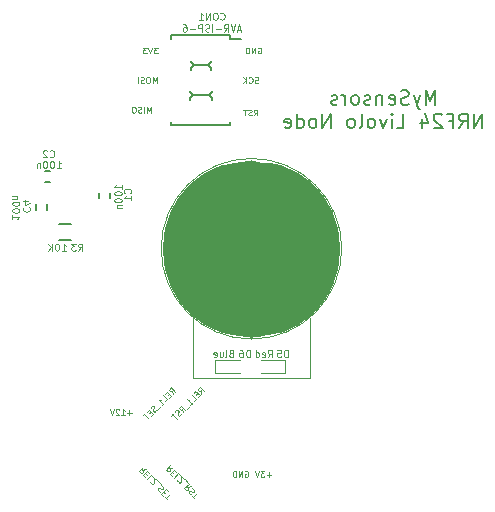
<source format=gbo>
%TF.GenerationSoftware,KiCad,Pcbnew,no-vcs-found-e0b9a21~60~ubuntu16.04.1*%
%TF.CreationDate,2017-10-13T14:39:50+03:00*%
%TF.ProjectId,livolo_1_channel_1way_eu_switch,6C69766F6C6F5F315F6368616E6E656C,rev?*%
%TF.SameCoordinates,Original*%
%TF.FileFunction,Legend,Bot*%
%TF.FilePolarity,Positive*%
%FSLAX46Y46*%
G04 Gerber Fmt 4.6, Leading zero omitted, Abs format (unit mm)*
G04 Created by KiCad (PCBNEW no-vcs-found-e0b9a21~60~ubuntu16.04.1) date Fri Oct 13 14:39:50 2017*
%MOMM*%
%LPD*%
G01*
G04 APERTURE LIST*
%ADD10C,0.120000*%
%ADD11C,0.100000*%
%ADD12C,0.180000*%
%ADD13C,0.150000*%
%ADD14C,7.500000*%
%ADD15O,1.300000X1.600000*%
%ADD16R,2.500000X1.270000*%
%ADD17C,1.500000*%
%ADD18R,0.500000X0.600000*%
%ADD19R,0.600000X0.500000*%
%ADD20R,0.600000X0.800000*%
%ADD21R,1.200000X0.900000*%
G04 APERTURE END LIST*
D10*
X144242857Y-111135714D02*
X143861904Y-111135714D01*
X144052380Y-111326190D02*
X144052380Y-110945238D01*
X143671428Y-110826190D02*
X143361904Y-110826190D01*
X143528571Y-111016666D01*
X143457142Y-111016666D01*
X143409523Y-111040476D01*
X143385714Y-111064285D01*
X143361904Y-111111904D01*
X143361904Y-111230952D01*
X143385714Y-111278571D01*
X143409523Y-111302380D01*
X143457142Y-111326190D01*
X143600000Y-111326190D01*
X143647619Y-111302380D01*
X143671428Y-111278571D01*
X143219047Y-110826190D02*
X143052380Y-111326190D01*
X142885714Y-110826190D01*
X135919585Y-104300295D02*
X135869078Y-104014086D01*
X136121616Y-104098265D02*
X135768062Y-103744712D01*
X135633375Y-103879399D01*
X135616539Y-103929906D01*
X135616539Y-103963578D01*
X135633375Y-104014086D01*
X135683883Y-104064593D01*
X135734391Y-104081429D01*
X135768062Y-104081429D01*
X135818570Y-104064593D01*
X135953257Y-103929906D01*
X135582868Y-104266624D02*
X135465017Y-104384475D01*
X135599704Y-104620177D02*
X135768062Y-104451818D01*
X135414509Y-104098265D01*
X135246150Y-104266624D01*
X135279822Y-104940059D02*
X135448181Y-104771700D01*
X135094627Y-104418147D01*
X134976776Y-105243104D02*
X135178807Y-105041074D01*
X135077791Y-105142089D02*
X134724238Y-104788536D01*
X134808417Y-104805372D01*
X134875761Y-104805372D01*
X134926269Y-104788536D01*
X134943104Y-105344120D02*
X134673730Y-105613494D01*
X134555879Y-105630330D02*
X134522208Y-105697673D01*
X134438028Y-105781852D01*
X134387521Y-105798688D01*
X134353849Y-105798688D01*
X134303341Y-105781852D01*
X134269669Y-105748181D01*
X134252834Y-105697673D01*
X134252834Y-105664001D01*
X134269669Y-105613494D01*
X134320177Y-105529314D01*
X134337013Y-105478807D01*
X134337013Y-105445135D01*
X134320177Y-105394627D01*
X134286505Y-105360956D01*
X134235998Y-105344120D01*
X134202326Y-105344120D01*
X134151818Y-105360956D01*
X134067639Y-105445135D01*
X134033967Y-105512478D01*
X134033967Y-105815524D02*
X133916116Y-105933375D01*
X134050803Y-106169078D02*
X134219162Y-106000719D01*
X133865608Y-105647165D01*
X133697250Y-105815524D01*
X133596234Y-105916539D02*
X133394204Y-106118570D01*
X133848773Y-106371108D02*
X133495219Y-106017555D01*
X138336421Y-104283460D02*
X138285913Y-103997250D01*
X138538452Y-104081429D02*
X138184898Y-103727876D01*
X138050211Y-103862563D01*
X138033375Y-103913070D01*
X138033375Y-103946742D01*
X138050211Y-103997250D01*
X138100719Y-104047757D01*
X138151226Y-104064593D01*
X138184898Y-104064593D01*
X138235406Y-104047757D01*
X138370093Y-103913070D01*
X137999704Y-104249788D02*
X137881852Y-104367639D01*
X138016539Y-104603341D02*
X138184898Y-104434982D01*
X137831345Y-104081429D01*
X137662986Y-104249788D01*
X137696658Y-104923223D02*
X137865017Y-104754864D01*
X137511463Y-104401311D01*
X137393612Y-105226269D02*
X137595643Y-105024238D01*
X137494627Y-105125253D02*
X137141074Y-104771700D01*
X137225253Y-104788536D01*
X137292597Y-104788536D01*
X137343104Y-104771700D01*
X137359940Y-105327284D02*
X137090566Y-105596658D01*
X136770685Y-105849196D02*
X136720177Y-105562986D01*
X136972715Y-105647165D02*
X136619162Y-105293612D01*
X136484475Y-105428299D01*
X136467639Y-105478807D01*
X136467639Y-105512478D01*
X136484475Y-105562986D01*
X136534982Y-105613494D01*
X136585490Y-105630330D01*
X136619162Y-105630330D01*
X136669669Y-105613494D01*
X136804356Y-105478807D01*
X136619162Y-105967047D02*
X136585490Y-106034391D01*
X136501311Y-106118570D01*
X136450803Y-106135406D01*
X136417131Y-106135406D01*
X136366624Y-106118570D01*
X136332952Y-106084898D01*
X136316116Y-106034391D01*
X136316116Y-106000719D01*
X136332952Y-105950211D01*
X136383460Y-105866032D01*
X136400295Y-105815524D01*
X136400295Y-105781852D01*
X136383460Y-105731345D01*
X136349788Y-105697673D01*
X136299280Y-105680837D01*
X136265608Y-105680837D01*
X136215101Y-105697673D01*
X136130921Y-105781852D01*
X136097250Y-105849196D01*
X135979399Y-105933375D02*
X135777368Y-106135406D01*
X136231937Y-106387944D02*
X135878383Y-106034391D01*
X135883460Y-110563578D02*
X135597250Y-110614086D01*
X135681429Y-110361547D02*
X135327876Y-110715101D01*
X135462563Y-110849788D01*
X135513070Y-110866624D01*
X135546742Y-110866624D01*
X135597250Y-110849788D01*
X135647757Y-110799280D01*
X135664593Y-110748773D01*
X135664593Y-110715101D01*
X135647757Y-110664593D01*
X135513070Y-110529906D01*
X135849788Y-110900295D02*
X135967639Y-111018147D01*
X136203341Y-110883460D02*
X136034982Y-110715101D01*
X135681429Y-111068654D01*
X135849788Y-111237013D01*
X136523223Y-111203341D02*
X136354864Y-111034982D01*
X136001311Y-111388536D01*
X136304356Y-111624238D02*
X136304356Y-111657910D01*
X136321192Y-111708417D01*
X136405372Y-111792597D01*
X136455879Y-111809433D01*
X136489551Y-111809433D01*
X136540059Y-111792597D01*
X136573730Y-111758925D01*
X136607402Y-111691582D01*
X136607402Y-111287521D01*
X136826269Y-111506387D01*
X136927284Y-111540059D02*
X137196658Y-111809433D01*
X137449196Y-112129314D02*
X137162986Y-112179822D01*
X137247165Y-111927284D02*
X136893612Y-112280837D01*
X137028299Y-112415524D01*
X137078807Y-112432360D01*
X137112478Y-112432360D01*
X137162986Y-112415524D01*
X137213494Y-112365017D01*
X137230330Y-112314509D01*
X137230330Y-112280837D01*
X137213494Y-112230330D01*
X137078807Y-112095643D01*
X137567047Y-112280837D02*
X137634391Y-112314509D01*
X137718570Y-112398688D01*
X137735406Y-112449196D01*
X137735406Y-112482868D01*
X137718570Y-112533375D01*
X137684898Y-112567047D01*
X137634391Y-112583883D01*
X137600719Y-112583883D01*
X137550211Y-112567047D01*
X137466032Y-112516539D01*
X137415524Y-112499704D01*
X137381852Y-112499704D01*
X137331345Y-112516539D01*
X137297673Y-112550211D01*
X137280837Y-112600719D01*
X137280837Y-112634391D01*
X137297673Y-112684898D01*
X137381852Y-112769078D01*
X137449196Y-112802749D01*
X137533375Y-112920600D02*
X137735406Y-113122631D01*
X137987944Y-112668062D02*
X137634391Y-113021616D01*
X133600295Y-110680414D02*
X133314086Y-110730921D01*
X133398265Y-110478383D02*
X133044712Y-110831937D01*
X133179399Y-110966624D01*
X133229906Y-110983460D01*
X133263578Y-110983460D01*
X133314086Y-110966624D01*
X133364593Y-110916116D01*
X133381429Y-110865608D01*
X133381429Y-110831937D01*
X133364593Y-110781429D01*
X133229906Y-110646742D01*
X133566624Y-111017131D02*
X133684475Y-111134982D01*
X133920177Y-111000295D02*
X133751818Y-110831937D01*
X133398265Y-111185490D01*
X133566624Y-111353849D01*
X134240059Y-111320177D02*
X134071700Y-111151818D01*
X133718147Y-111505372D01*
X134021192Y-111741074D02*
X134021192Y-111774746D01*
X134038028Y-111825253D01*
X134122208Y-111909433D01*
X134172715Y-111926269D01*
X134206387Y-111926269D01*
X134256895Y-111909433D01*
X134290566Y-111875761D01*
X134324238Y-111808417D01*
X134324238Y-111404356D01*
X134543104Y-111623223D01*
X134644120Y-111656895D02*
X134913494Y-111926269D01*
X134930330Y-112044120D02*
X134997673Y-112077791D01*
X135081852Y-112161971D01*
X135098688Y-112212478D01*
X135098688Y-112246150D01*
X135081852Y-112296658D01*
X135048181Y-112330330D01*
X134997673Y-112347165D01*
X134964001Y-112347165D01*
X134913494Y-112330330D01*
X134829314Y-112279822D01*
X134778807Y-112262986D01*
X134745135Y-112262986D01*
X134694627Y-112279822D01*
X134660956Y-112313494D01*
X134644120Y-112364001D01*
X134644120Y-112397673D01*
X134660956Y-112448181D01*
X134745135Y-112532360D01*
X134812478Y-112566032D01*
X135115524Y-112566032D02*
X135233375Y-112683883D01*
X135469078Y-112549196D02*
X135300719Y-112380837D01*
X134947165Y-112734391D01*
X135115524Y-112902749D01*
X135216539Y-113003765D02*
X135418570Y-113205795D01*
X135671108Y-112751226D02*
X135317555Y-113104780D01*
D11*
X142773809Y-80726190D02*
X142940476Y-80488095D01*
X143059523Y-80726190D02*
X143059523Y-80226190D01*
X142869047Y-80226190D01*
X142821428Y-80250000D01*
X142797619Y-80273809D01*
X142773809Y-80321428D01*
X142773809Y-80392857D01*
X142797619Y-80440476D01*
X142821428Y-80464285D01*
X142869047Y-80488095D01*
X143059523Y-80488095D01*
X142583333Y-80702380D02*
X142511904Y-80726190D01*
X142392857Y-80726190D01*
X142345238Y-80702380D01*
X142321428Y-80678571D01*
X142297619Y-80630952D01*
X142297619Y-80583333D01*
X142321428Y-80535714D01*
X142345238Y-80511904D01*
X142392857Y-80488095D01*
X142488095Y-80464285D01*
X142535714Y-80440476D01*
X142559523Y-80416666D01*
X142583333Y-80369047D01*
X142583333Y-80321428D01*
X142559523Y-80273809D01*
X142535714Y-80250000D01*
X142488095Y-80226190D01*
X142369047Y-80226190D01*
X142297619Y-80250000D01*
X142154761Y-80226190D02*
X141869047Y-80226190D01*
X142011904Y-80726190D02*
X142011904Y-80226190D01*
X143142857Y-77952380D02*
X143071428Y-77976190D01*
X142952380Y-77976190D01*
X142904761Y-77952380D01*
X142880952Y-77928571D01*
X142857142Y-77880952D01*
X142857142Y-77833333D01*
X142880952Y-77785714D01*
X142904761Y-77761904D01*
X142952380Y-77738095D01*
X143047619Y-77714285D01*
X143095238Y-77690476D01*
X143119047Y-77666666D01*
X143142857Y-77619047D01*
X143142857Y-77571428D01*
X143119047Y-77523809D01*
X143095238Y-77500000D01*
X143047619Y-77476190D01*
X142928571Y-77476190D01*
X142857142Y-77500000D01*
X142357142Y-77928571D02*
X142380952Y-77952380D01*
X142452380Y-77976190D01*
X142500000Y-77976190D01*
X142571428Y-77952380D01*
X142619047Y-77904761D01*
X142642857Y-77857142D01*
X142666666Y-77761904D01*
X142666666Y-77690476D01*
X142642857Y-77595238D01*
X142619047Y-77547619D01*
X142571428Y-77500000D01*
X142500000Y-77476190D01*
X142452380Y-77476190D01*
X142380952Y-77500000D01*
X142357142Y-77523809D01*
X142142857Y-77976190D02*
X142142857Y-77476190D01*
X141857142Y-77976190D02*
X142071428Y-77690476D01*
X141857142Y-77476190D02*
X142142857Y-77761904D01*
X134035714Y-80476190D02*
X134035714Y-79976190D01*
X133869047Y-80333333D01*
X133702380Y-79976190D01*
X133702380Y-80476190D01*
X133464285Y-80476190D02*
X133464285Y-79976190D01*
X133250000Y-80452380D02*
X133178571Y-80476190D01*
X133059523Y-80476190D01*
X133011904Y-80452380D01*
X132988095Y-80428571D01*
X132964285Y-80380952D01*
X132964285Y-80333333D01*
X132988095Y-80285714D01*
X133011904Y-80261904D01*
X133059523Y-80238095D01*
X133154761Y-80214285D01*
X133202380Y-80190476D01*
X133226190Y-80166666D01*
X133250000Y-80119047D01*
X133250000Y-80071428D01*
X133226190Y-80023809D01*
X133202380Y-80000000D01*
X133154761Y-79976190D01*
X133035714Y-79976190D01*
X132964285Y-80000000D01*
X132654761Y-79976190D02*
X132559523Y-79976190D01*
X132511904Y-80000000D01*
X132464285Y-80047619D01*
X132440476Y-80142857D01*
X132440476Y-80309523D01*
X132464285Y-80404761D01*
X132511904Y-80452380D01*
X132559523Y-80476190D01*
X132654761Y-80476190D01*
X132702380Y-80452380D01*
X132750000Y-80404761D01*
X132773809Y-80309523D01*
X132773809Y-80142857D01*
X132750000Y-80047619D01*
X132702380Y-80000000D01*
X132654761Y-79976190D01*
X143130952Y-75000000D02*
X143178571Y-74976190D01*
X143250000Y-74976190D01*
X143321428Y-75000000D01*
X143369047Y-75047619D01*
X143392857Y-75095238D01*
X143416666Y-75190476D01*
X143416666Y-75261904D01*
X143392857Y-75357142D01*
X143369047Y-75404761D01*
X143321428Y-75452380D01*
X143250000Y-75476190D01*
X143202380Y-75476190D01*
X143130952Y-75452380D01*
X143107142Y-75428571D01*
X143107142Y-75261904D01*
X143202380Y-75261904D01*
X142892857Y-75476190D02*
X142892857Y-74976190D01*
X142607142Y-75476190D01*
X142607142Y-74976190D01*
X142369047Y-75476190D02*
X142369047Y-74976190D01*
X142250000Y-74976190D01*
X142178571Y-75000000D01*
X142130952Y-75047619D01*
X142107142Y-75095238D01*
X142083333Y-75190476D01*
X142083333Y-75261904D01*
X142107142Y-75357142D01*
X142130952Y-75404761D01*
X142178571Y-75452380D01*
X142250000Y-75476190D01*
X142369047Y-75476190D01*
X134535714Y-77976190D02*
X134535714Y-77476190D01*
X134369047Y-77833333D01*
X134202380Y-77476190D01*
X134202380Y-77976190D01*
X133869047Y-77476190D02*
X133773809Y-77476190D01*
X133726190Y-77500000D01*
X133678571Y-77547619D01*
X133654761Y-77642857D01*
X133654761Y-77809523D01*
X133678571Y-77904761D01*
X133726190Y-77952380D01*
X133773809Y-77976190D01*
X133869047Y-77976190D01*
X133916666Y-77952380D01*
X133964285Y-77904761D01*
X133988095Y-77809523D01*
X133988095Y-77642857D01*
X133964285Y-77547619D01*
X133916666Y-77500000D01*
X133869047Y-77476190D01*
X133464285Y-77952380D02*
X133392857Y-77976190D01*
X133273809Y-77976190D01*
X133226190Y-77952380D01*
X133202380Y-77928571D01*
X133178571Y-77880952D01*
X133178571Y-77833333D01*
X133202380Y-77785714D01*
X133226190Y-77761904D01*
X133273809Y-77738095D01*
X133369047Y-77714285D01*
X133416666Y-77690476D01*
X133440476Y-77666666D01*
X133464285Y-77619047D01*
X133464285Y-77571428D01*
X133440476Y-77523809D01*
X133416666Y-77500000D01*
X133369047Y-77476190D01*
X133250000Y-77476190D01*
X133178571Y-77500000D01*
X132964285Y-77976190D02*
X132964285Y-77476190D01*
X134619047Y-74976190D02*
X134309523Y-74976190D01*
X134476190Y-75166666D01*
X134404761Y-75166666D01*
X134357142Y-75190476D01*
X134333333Y-75214285D01*
X134309523Y-75261904D01*
X134309523Y-75380952D01*
X134333333Y-75428571D01*
X134357142Y-75452380D01*
X134404761Y-75476190D01*
X134547619Y-75476190D01*
X134595238Y-75452380D01*
X134619047Y-75428571D01*
X134166666Y-74976190D02*
X134000000Y-75476190D01*
X133833333Y-74976190D01*
X133714285Y-74976190D02*
X133404761Y-74976190D01*
X133571428Y-75166666D01*
X133500000Y-75166666D01*
X133452380Y-75190476D01*
X133428571Y-75214285D01*
X133404761Y-75261904D01*
X133404761Y-75380952D01*
X133428571Y-75428571D01*
X133452380Y-75452380D01*
X133500000Y-75476190D01*
X133642857Y-75476190D01*
X133690476Y-75452380D01*
X133714285Y-75428571D01*
D10*
X142030952Y-110850000D02*
X142078571Y-110826190D01*
X142150000Y-110826190D01*
X142221428Y-110850000D01*
X142269047Y-110897619D01*
X142292857Y-110945238D01*
X142316666Y-111040476D01*
X142316666Y-111111904D01*
X142292857Y-111207142D01*
X142269047Y-111254761D01*
X142221428Y-111302380D01*
X142150000Y-111326190D01*
X142102380Y-111326190D01*
X142030952Y-111302380D01*
X142007142Y-111278571D01*
X142007142Y-111111904D01*
X142102380Y-111111904D01*
X141792857Y-111326190D02*
X141792857Y-110826190D01*
X141507142Y-111326190D01*
X141507142Y-110826190D01*
X141269047Y-111326190D02*
X141269047Y-110826190D01*
X141150000Y-110826190D01*
X141078571Y-110850000D01*
X141030952Y-110897619D01*
X141007142Y-110945238D01*
X140983333Y-111040476D01*
X140983333Y-111111904D01*
X141007142Y-111207142D01*
X141030952Y-111254761D01*
X141078571Y-111302380D01*
X141150000Y-111326190D01*
X141269047Y-111326190D01*
X132430952Y-105885714D02*
X132050000Y-105885714D01*
X132240476Y-106076190D02*
X132240476Y-105695238D01*
X131550000Y-106076190D02*
X131835714Y-106076190D01*
X131692857Y-106076190D02*
X131692857Y-105576190D01*
X131740476Y-105647619D01*
X131788095Y-105695238D01*
X131835714Y-105719047D01*
X131359523Y-105623809D02*
X131335714Y-105600000D01*
X131288095Y-105576190D01*
X131169047Y-105576190D01*
X131121428Y-105600000D01*
X131097619Y-105623809D01*
X131073809Y-105671428D01*
X131073809Y-105719047D01*
X131097619Y-105790476D01*
X131383333Y-106076190D01*
X131073809Y-106076190D01*
X130930952Y-105576190D02*
X130764285Y-106076190D01*
X130597619Y-105576190D01*
D12*
X158121428Y-79802857D02*
X158121428Y-78602857D01*
X157721428Y-79460000D01*
X157321428Y-78602857D01*
X157321428Y-79802857D01*
X156864285Y-79002857D02*
X156578571Y-79802857D01*
X156292857Y-79002857D02*
X156578571Y-79802857D01*
X156692857Y-80088571D01*
X156750000Y-80145714D01*
X156864285Y-80202857D01*
X155892857Y-79745714D02*
X155721428Y-79802857D01*
X155435714Y-79802857D01*
X155321428Y-79745714D01*
X155264285Y-79688571D01*
X155207142Y-79574285D01*
X155207142Y-79460000D01*
X155264285Y-79345714D01*
X155321428Y-79288571D01*
X155435714Y-79231428D01*
X155664285Y-79174285D01*
X155778571Y-79117142D01*
X155835714Y-79060000D01*
X155892857Y-78945714D01*
X155892857Y-78831428D01*
X155835714Y-78717142D01*
X155778571Y-78660000D01*
X155664285Y-78602857D01*
X155378571Y-78602857D01*
X155207142Y-78660000D01*
X154235714Y-79745714D02*
X154350000Y-79802857D01*
X154578571Y-79802857D01*
X154692857Y-79745714D01*
X154750000Y-79631428D01*
X154750000Y-79174285D01*
X154692857Y-79060000D01*
X154578571Y-79002857D01*
X154350000Y-79002857D01*
X154235714Y-79060000D01*
X154178571Y-79174285D01*
X154178571Y-79288571D01*
X154750000Y-79402857D01*
X153664285Y-79002857D02*
X153664285Y-79802857D01*
X153664285Y-79117142D02*
X153607142Y-79060000D01*
X153492857Y-79002857D01*
X153321428Y-79002857D01*
X153207142Y-79060000D01*
X153150000Y-79174285D01*
X153150000Y-79802857D01*
X152635714Y-79745714D02*
X152521428Y-79802857D01*
X152292857Y-79802857D01*
X152178571Y-79745714D01*
X152121428Y-79631428D01*
X152121428Y-79574285D01*
X152178571Y-79460000D01*
X152292857Y-79402857D01*
X152464285Y-79402857D01*
X152578571Y-79345714D01*
X152635714Y-79231428D01*
X152635714Y-79174285D01*
X152578571Y-79060000D01*
X152464285Y-79002857D01*
X152292857Y-79002857D01*
X152178571Y-79060000D01*
X151435714Y-79802857D02*
X151550000Y-79745714D01*
X151607142Y-79688571D01*
X151664285Y-79574285D01*
X151664285Y-79231428D01*
X151607142Y-79117142D01*
X151550000Y-79060000D01*
X151435714Y-79002857D01*
X151264285Y-79002857D01*
X151150000Y-79060000D01*
X151092857Y-79117142D01*
X151035714Y-79231428D01*
X151035714Y-79574285D01*
X151092857Y-79688571D01*
X151150000Y-79745714D01*
X151264285Y-79802857D01*
X151435714Y-79802857D01*
X150521428Y-79802857D02*
X150521428Y-79002857D01*
X150521428Y-79231428D02*
X150464285Y-79117142D01*
X150407142Y-79060000D01*
X150292857Y-79002857D01*
X150178571Y-79002857D01*
X149835714Y-79745714D02*
X149721428Y-79802857D01*
X149492857Y-79802857D01*
X149378571Y-79745714D01*
X149321428Y-79631428D01*
X149321428Y-79574285D01*
X149378571Y-79460000D01*
X149492857Y-79402857D01*
X149664285Y-79402857D01*
X149778571Y-79345714D01*
X149835714Y-79231428D01*
X149835714Y-79174285D01*
X149778571Y-79060000D01*
X149664285Y-79002857D01*
X149492857Y-79002857D01*
X149378571Y-79060000D01*
X162121428Y-81782857D02*
X162121428Y-80582857D01*
X161435714Y-81782857D01*
X161435714Y-80582857D01*
X160178571Y-81782857D02*
X160578571Y-81211428D01*
X160864285Y-81782857D02*
X160864285Y-80582857D01*
X160407142Y-80582857D01*
X160292857Y-80640000D01*
X160235714Y-80697142D01*
X160178571Y-80811428D01*
X160178571Y-80982857D01*
X160235714Y-81097142D01*
X160292857Y-81154285D01*
X160407142Y-81211428D01*
X160864285Y-81211428D01*
X159264285Y-81154285D02*
X159664285Y-81154285D01*
X159664285Y-81782857D02*
X159664285Y-80582857D01*
X159092857Y-80582857D01*
X158692857Y-80697142D02*
X158635714Y-80640000D01*
X158521428Y-80582857D01*
X158235714Y-80582857D01*
X158121428Y-80640000D01*
X158064285Y-80697142D01*
X158007142Y-80811428D01*
X158007142Y-80925714D01*
X158064285Y-81097142D01*
X158750000Y-81782857D01*
X158007142Y-81782857D01*
X156978571Y-80982857D02*
X156978571Y-81782857D01*
X157264285Y-80525714D02*
X157550000Y-81382857D01*
X156807142Y-81382857D01*
X154864285Y-81782857D02*
X155435714Y-81782857D01*
X155435714Y-80582857D01*
X154464285Y-81782857D02*
X154464285Y-80982857D01*
X154464285Y-80582857D02*
X154521428Y-80640000D01*
X154464285Y-80697142D01*
X154407142Y-80640000D01*
X154464285Y-80582857D01*
X154464285Y-80697142D01*
X154007142Y-80982857D02*
X153721428Y-81782857D01*
X153435714Y-80982857D01*
X152807142Y-81782857D02*
X152921428Y-81725714D01*
X152978571Y-81668571D01*
X153035714Y-81554285D01*
X153035714Y-81211428D01*
X152978571Y-81097142D01*
X152921428Y-81040000D01*
X152807142Y-80982857D01*
X152635714Y-80982857D01*
X152521428Y-81040000D01*
X152464285Y-81097142D01*
X152407142Y-81211428D01*
X152407142Y-81554285D01*
X152464285Y-81668571D01*
X152521428Y-81725714D01*
X152635714Y-81782857D01*
X152807142Y-81782857D01*
X151721428Y-81782857D02*
X151835714Y-81725714D01*
X151892857Y-81611428D01*
X151892857Y-80582857D01*
X151092857Y-81782857D02*
X151207142Y-81725714D01*
X151264285Y-81668571D01*
X151321428Y-81554285D01*
X151321428Y-81211428D01*
X151264285Y-81097142D01*
X151207142Y-81040000D01*
X151092857Y-80982857D01*
X150921428Y-80982857D01*
X150807142Y-81040000D01*
X150750000Y-81097142D01*
X150692857Y-81211428D01*
X150692857Y-81554285D01*
X150750000Y-81668571D01*
X150807142Y-81725714D01*
X150921428Y-81782857D01*
X151092857Y-81782857D01*
X149264285Y-81782857D02*
X149264285Y-80582857D01*
X148578571Y-81782857D01*
X148578571Y-80582857D01*
X147835714Y-81782857D02*
X147950000Y-81725714D01*
X148007142Y-81668571D01*
X148064285Y-81554285D01*
X148064285Y-81211428D01*
X148007142Y-81097142D01*
X147950000Y-81040000D01*
X147835714Y-80982857D01*
X147664285Y-80982857D01*
X147550000Y-81040000D01*
X147492857Y-81097142D01*
X147435714Y-81211428D01*
X147435714Y-81554285D01*
X147492857Y-81668571D01*
X147550000Y-81725714D01*
X147664285Y-81782857D01*
X147835714Y-81782857D01*
X146407142Y-81782857D02*
X146407142Y-80582857D01*
X146407142Y-81725714D02*
X146521428Y-81782857D01*
X146750000Y-81782857D01*
X146864285Y-81725714D01*
X146921428Y-81668571D01*
X146978571Y-81554285D01*
X146978571Y-81211428D01*
X146921428Y-81097142D01*
X146864285Y-81040000D01*
X146750000Y-80982857D01*
X146521428Y-80982857D01*
X146407142Y-81040000D01*
X145378571Y-81725714D02*
X145492857Y-81782857D01*
X145721428Y-81782857D01*
X145835714Y-81725714D01*
X145892857Y-81611428D01*
X145892857Y-81154285D01*
X145835714Y-81040000D01*
X145721428Y-80982857D01*
X145492857Y-80982857D01*
X145378571Y-81040000D01*
X145321428Y-81154285D01*
X145321428Y-81268571D01*
X145892857Y-81382857D01*
D11*
X150217148Y-92009512D02*
G75*
G03X150217148Y-92009512I-7647872J0D01*
G01*
X137595200Y-102930002D02*
X137595200Y-97874511D01*
X147495160Y-102930002D02*
X147495160Y-97874511D01*
X137599994Y-102932020D02*
X147490000Y-102932020D01*
D13*
X138950152Y-79020000D02*
X137648117Y-79020000D01*
X139250000Y-79274000D02*
X138996000Y-79020000D01*
X138996000Y-79020000D02*
X139250000Y-78766000D01*
X139250000Y-78766000D02*
X139250000Y-78639000D01*
X139250000Y-79401000D02*
X139250000Y-79274000D01*
X139150000Y-76734000D02*
X138896000Y-76480000D01*
X137350000Y-78766000D02*
X137604000Y-79020000D01*
X139150000Y-76226000D02*
X139150000Y-76099000D01*
X137350000Y-79274000D02*
X137350000Y-79401000D01*
X138896000Y-76480000D02*
X139150000Y-76226000D01*
X137604000Y-79020000D02*
X137350000Y-79274000D01*
X139150000Y-76861000D02*
X139150000Y-76734000D01*
X137350000Y-78639000D02*
X137350000Y-78766000D01*
X135750000Y-73940000D02*
X135750000Y-74220000D01*
X137450000Y-76734000D02*
X137450000Y-76861000D01*
X137704000Y-76480000D02*
X137450000Y-76734000D01*
X137450000Y-76226000D02*
X137704000Y-76480000D01*
X137450000Y-76099000D02*
X137450000Y-76226000D01*
X135750000Y-73940000D02*
X140750000Y-73940000D01*
X140750000Y-73940000D02*
X140750000Y-74220000D01*
X140750000Y-81560000D02*
X140750000Y-81280000D01*
X135750000Y-81560000D02*
X140750000Y-81560000D01*
X135750000Y-81560000D02*
X135750000Y-81280000D01*
X138950000Y-76450000D02*
X137650000Y-76450000D01*
X140750000Y-74250000D02*
X141650000Y-74250000D01*
X125275000Y-88250000D02*
X125275000Y-88750000D01*
X124325000Y-88750000D02*
X124325000Y-88250000D01*
X125050000Y-85425000D02*
X125550000Y-85425000D01*
X125550000Y-86375000D02*
X125050000Y-86375000D01*
X129625000Y-87750000D02*
X129625000Y-87250000D01*
X130575000Y-87250000D02*
X130575000Y-87750000D01*
D10*
X145450000Y-101400000D02*
X145450000Y-102500000D01*
X145450000Y-102500000D02*
X143350000Y-102500000D01*
X145450000Y-101400000D02*
X143350000Y-101400000D01*
X139500000Y-102500000D02*
X141600000Y-102500000D01*
X139500000Y-101400000D02*
X141600000Y-101400000D01*
X139500000Y-102500000D02*
X139500000Y-101400000D01*
D13*
X127300000Y-89925000D02*
X126300000Y-89925000D01*
X126300000Y-91275000D02*
X127300000Y-91275000D01*
D14*
X146316120Y-92033008D02*
G75*
G03X146316120Y-92033008I-3740382J0D01*
G01*
D11*
X139928571Y-72564285D02*
X139957142Y-72592857D01*
X140042857Y-72621428D01*
X140100000Y-72621428D01*
X140185714Y-72592857D01*
X140242857Y-72535714D01*
X140271428Y-72478571D01*
X140300000Y-72364285D01*
X140300000Y-72278571D01*
X140271428Y-72164285D01*
X140242857Y-72107142D01*
X140185714Y-72050000D01*
X140100000Y-72021428D01*
X140042857Y-72021428D01*
X139957142Y-72050000D01*
X139928571Y-72078571D01*
X139557142Y-72021428D02*
X139442857Y-72021428D01*
X139385714Y-72050000D01*
X139328571Y-72107142D01*
X139300000Y-72221428D01*
X139300000Y-72421428D01*
X139328571Y-72535714D01*
X139385714Y-72592857D01*
X139442857Y-72621428D01*
X139557142Y-72621428D01*
X139614285Y-72592857D01*
X139671428Y-72535714D01*
X139700000Y-72421428D01*
X139700000Y-72221428D01*
X139671428Y-72107142D01*
X139614285Y-72050000D01*
X139557142Y-72021428D01*
X139042857Y-72621428D02*
X139042857Y-72021428D01*
X138700000Y-72621428D01*
X138700000Y-72021428D01*
X138100000Y-72621428D02*
X138442857Y-72621428D01*
X138271428Y-72621428D02*
X138271428Y-72021428D01*
X138328571Y-72107142D01*
X138385714Y-72164285D01*
X138442857Y-72192857D01*
X141657142Y-73450000D02*
X141371428Y-73450000D01*
X141714285Y-73621428D02*
X141514285Y-73021428D01*
X141314285Y-73621428D01*
X141200000Y-73021428D02*
X141000000Y-73621428D01*
X140800000Y-73021428D01*
X140257142Y-73621428D02*
X140457142Y-73335714D01*
X140600000Y-73621428D02*
X140600000Y-73021428D01*
X140371428Y-73021428D01*
X140314285Y-73050000D01*
X140285714Y-73078571D01*
X140257142Y-73135714D01*
X140257142Y-73221428D01*
X140285714Y-73278571D01*
X140314285Y-73307142D01*
X140371428Y-73335714D01*
X140600000Y-73335714D01*
X140000000Y-73392857D02*
X139542857Y-73392857D01*
X139257142Y-73621428D02*
X139257142Y-73021428D01*
X139000000Y-73592857D02*
X138914285Y-73621428D01*
X138771428Y-73621428D01*
X138714285Y-73592857D01*
X138685714Y-73564285D01*
X138657142Y-73507142D01*
X138657142Y-73450000D01*
X138685714Y-73392857D01*
X138714285Y-73364285D01*
X138771428Y-73335714D01*
X138885714Y-73307142D01*
X138942857Y-73278571D01*
X138971428Y-73250000D01*
X139000000Y-73192857D01*
X139000000Y-73135714D01*
X138971428Y-73078571D01*
X138942857Y-73050000D01*
X138885714Y-73021428D01*
X138742857Y-73021428D01*
X138657142Y-73050000D01*
X138400000Y-73621428D02*
X138400000Y-73021428D01*
X138171428Y-73021428D01*
X138114285Y-73050000D01*
X138085714Y-73078571D01*
X138057142Y-73135714D01*
X138057142Y-73221428D01*
X138085714Y-73278571D01*
X138114285Y-73307142D01*
X138171428Y-73335714D01*
X138400000Y-73335714D01*
X137800000Y-73392857D02*
X137342857Y-73392857D01*
X136800000Y-73021428D02*
X136914285Y-73021428D01*
X136971428Y-73050000D01*
X137000000Y-73078571D01*
X137057142Y-73164285D01*
X137085714Y-73278571D01*
X137085714Y-73507142D01*
X137057142Y-73564285D01*
X137028571Y-73592857D01*
X136971428Y-73621428D01*
X136857142Y-73621428D01*
X136800000Y-73592857D01*
X136771428Y-73564285D01*
X136742857Y-73507142D01*
X136742857Y-73364285D01*
X136771428Y-73307142D01*
X136800000Y-73278571D01*
X136857142Y-73250000D01*
X136971428Y-73250000D01*
X137028571Y-73278571D01*
X137057142Y-73307142D01*
X137085714Y-73364285D01*
X123285714Y-88500000D02*
X123257142Y-88528571D01*
X123228571Y-88614285D01*
X123228571Y-88671428D01*
X123257142Y-88757142D01*
X123314285Y-88814285D01*
X123371428Y-88842857D01*
X123485714Y-88871428D01*
X123571428Y-88871428D01*
X123685714Y-88842857D01*
X123742857Y-88814285D01*
X123800000Y-88757142D01*
X123828571Y-88671428D01*
X123828571Y-88614285D01*
X123800000Y-88528571D01*
X123771428Y-88500000D01*
X123628571Y-87985714D02*
X123228571Y-87985714D01*
X123857142Y-88128571D02*
X123428571Y-88271428D01*
X123428571Y-87900000D01*
X122328571Y-89171428D02*
X122328571Y-89514285D01*
X122328571Y-89342857D02*
X122928571Y-89342857D01*
X122842857Y-89400000D01*
X122785714Y-89457142D01*
X122757142Y-89514285D01*
X122928571Y-88800000D02*
X122928571Y-88742857D01*
X122900000Y-88685714D01*
X122871428Y-88657142D01*
X122814285Y-88628571D01*
X122700000Y-88600000D01*
X122557142Y-88600000D01*
X122442857Y-88628571D01*
X122385714Y-88657142D01*
X122357142Y-88685714D01*
X122328571Y-88742857D01*
X122328571Y-88800000D01*
X122357142Y-88857142D01*
X122385714Y-88885714D01*
X122442857Y-88914285D01*
X122557142Y-88942857D01*
X122700000Y-88942857D01*
X122814285Y-88914285D01*
X122871428Y-88885714D01*
X122900000Y-88857142D01*
X122928571Y-88800000D01*
X122928571Y-88228571D02*
X122928571Y-88171428D01*
X122900000Y-88114285D01*
X122871428Y-88085714D01*
X122814285Y-88057142D01*
X122700000Y-88028571D01*
X122557142Y-88028571D01*
X122442857Y-88057142D01*
X122385714Y-88085714D01*
X122357142Y-88114285D01*
X122328571Y-88171428D01*
X122328571Y-88228571D01*
X122357142Y-88285714D01*
X122385714Y-88314285D01*
X122442857Y-88342857D01*
X122557142Y-88371428D01*
X122700000Y-88371428D01*
X122814285Y-88342857D01*
X122871428Y-88314285D01*
X122900000Y-88285714D01*
X122928571Y-88228571D01*
X122728571Y-87771428D02*
X122328571Y-87771428D01*
X122671428Y-87771428D02*
X122700000Y-87742857D01*
X122728571Y-87685714D01*
X122728571Y-87600000D01*
X122700000Y-87542857D01*
X122642857Y-87514285D01*
X122328571Y-87514285D01*
X125500000Y-84214285D02*
X125528571Y-84242857D01*
X125614285Y-84271428D01*
X125671428Y-84271428D01*
X125757142Y-84242857D01*
X125814285Y-84185714D01*
X125842857Y-84128571D01*
X125871428Y-84014285D01*
X125871428Y-83928571D01*
X125842857Y-83814285D01*
X125814285Y-83757142D01*
X125757142Y-83700000D01*
X125671428Y-83671428D01*
X125614285Y-83671428D01*
X125528571Y-83700000D01*
X125500000Y-83728571D01*
X125271428Y-83728571D02*
X125242857Y-83700000D01*
X125185714Y-83671428D01*
X125042857Y-83671428D01*
X124985714Y-83700000D01*
X124957142Y-83728571D01*
X124928571Y-83785714D01*
X124928571Y-83842857D01*
X124957142Y-83928571D01*
X125300000Y-84271428D01*
X124928571Y-84271428D01*
X126071428Y-85171428D02*
X126414285Y-85171428D01*
X126242857Y-85171428D02*
X126242857Y-84571428D01*
X126300000Y-84657142D01*
X126357142Y-84714285D01*
X126414285Y-84742857D01*
X125700000Y-84571428D02*
X125642857Y-84571428D01*
X125585714Y-84600000D01*
X125557142Y-84628571D01*
X125528571Y-84685714D01*
X125500000Y-84800000D01*
X125500000Y-84942857D01*
X125528571Y-85057142D01*
X125557142Y-85114285D01*
X125585714Y-85142857D01*
X125642857Y-85171428D01*
X125700000Y-85171428D01*
X125757142Y-85142857D01*
X125785714Y-85114285D01*
X125814285Y-85057142D01*
X125842857Y-84942857D01*
X125842857Y-84800000D01*
X125814285Y-84685714D01*
X125785714Y-84628571D01*
X125757142Y-84600000D01*
X125700000Y-84571428D01*
X125128571Y-84571428D02*
X125071428Y-84571428D01*
X125014285Y-84600000D01*
X124985714Y-84628571D01*
X124957142Y-84685714D01*
X124928571Y-84800000D01*
X124928571Y-84942857D01*
X124957142Y-85057142D01*
X124985714Y-85114285D01*
X125014285Y-85142857D01*
X125071428Y-85171428D01*
X125128571Y-85171428D01*
X125185714Y-85142857D01*
X125214285Y-85114285D01*
X125242857Y-85057142D01*
X125271428Y-84942857D01*
X125271428Y-84800000D01*
X125242857Y-84685714D01*
X125214285Y-84628571D01*
X125185714Y-84600000D01*
X125128571Y-84571428D01*
X124671428Y-84771428D02*
X124671428Y-85171428D01*
X124671428Y-84828571D02*
X124642857Y-84800000D01*
X124585714Y-84771428D01*
X124500000Y-84771428D01*
X124442857Y-84800000D01*
X124414285Y-84857142D01*
X124414285Y-85171428D01*
X132314285Y-87300000D02*
X132342857Y-87271428D01*
X132371428Y-87185714D01*
X132371428Y-87128571D01*
X132342857Y-87042857D01*
X132285714Y-86985714D01*
X132228571Y-86957142D01*
X132114285Y-86928571D01*
X132028571Y-86928571D01*
X131914285Y-86957142D01*
X131857142Y-86985714D01*
X131800000Y-87042857D01*
X131771428Y-87128571D01*
X131771428Y-87185714D01*
X131800000Y-87271428D01*
X131828571Y-87300000D01*
X132371428Y-87871428D02*
X132371428Y-87528571D01*
X132371428Y-87700000D02*
X131771428Y-87700000D01*
X131857142Y-87642857D01*
X131914285Y-87585714D01*
X131942857Y-87528571D01*
X131571428Y-86928571D02*
X131571428Y-86585714D01*
X131571428Y-86757142D02*
X130971428Y-86757142D01*
X131057142Y-86700000D01*
X131114285Y-86642857D01*
X131142857Y-86585714D01*
X130971428Y-87300000D02*
X130971428Y-87357142D01*
X131000000Y-87414285D01*
X131028571Y-87442857D01*
X131085714Y-87471428D01*
X131200000Y-87500000D01*
X131342857Y-87500000D01*
X131457142Y-87471428D01*
X131514285Y-87442857D01*
X131542857Y-87414285D01*
X131571428Y-87357142D01*
X131571428Y-87300000D01*
X131542857Y-87242857D01*
X131514285Y-87214285D01*
X131457142Y-87185714D01*
X131342857Y-87157142D01*
X131200000Y-87157142D01*
X131085714Y-87185714D01*
X131028571Y-87214285D01*
X131000000Y-87242857D01*
X130971428Y-87300000D01*
X130971428Y-87871428D02*
X130971428Y-87928571D01*
X131000000Y-87985714D01*
X131028571Y-88014285D01*
X131085714Y-88042857D01*
X131200000Y-88071428D01*
X131342857Y-88071428D01*
X131457142Y-88042857D01*
X131514285Y-88014285D01*
X131542857Y-87985714D01*
X131571428Y-87928571D01*
X131571428Y-87871428D01*
X131542857Y-87814285D01*
X131514285Y-87785714D01*
X131457142Y-87757142D01*
X131342857Y-87728571D01*
X131200000Y-87728571D01*
X131085714Y-87757142D01*
X131028571Y-87785714D01*
X131000000Y-87814285D01*
X130971428Y-87871428D01*
X131171428Y-88328571D02*
X131571428Y-88328571D01*
X131228571Y-88328571D02*
X131200000Y-88357142D01*
X131171428Y-88414285D01*
X131171428Y-88500000D01*
X131200000Y-88557142D01*
X131257142Y-88585714D01*
X131571428Y-88585714D01*
X145642857Y-101171428D02*
X145642857Y-100571428D01*
X145500000Y-100571428D01*
X145414285Y-100600000D01*
X145357142Y-100657142D01*
X145328571Y-100714285D01*
X145300000Y-100828571D01*
X145300000Y-100914285D01*
X145328571Y-101028571D01*
X145357142Y-101085714D01*
X145414285Y-101142857D01*
X145500000Y-101171428D01*
X145642857Y-101171428D01*
X144757142Y-100571428D02*
X145042857Y-100571428D01*
X145071428Y-100857142D01*
X145042857Y-100828571D01*
X144985714Y-100800000D01*
X144842857Y-100800000D01*
X144785714Y-100828571D01*
X144757142Y-100857142D01*
X144728571Y-100914285D01*
X144728571Y-101057142D01*
X144757142Y-101114285D01*
X144785714Y-101142857D01*
X144842857Y-101171428D01*
X144985714Y-101171428D01*
X145042857Y-101142857D01*
X145071428Y-101114285D01*
X143942857Y-101171428D02*
X144142857Y-100885714D01*
X144285714Y-101171428D02*
X144285714Y-100571428D01*
X144057142Y-100571428D01*
X144000000Y-100600000D01*
X143971428Y-100628571D01*
X143942857Y-100685714D01*
X143942857Y-100771428D01*
X143971428Y-100828571D01*
X144000000Y-100857142D01*
X144057142Y-100885714D01*
X144285714Y-100885714D01*
X143457142Y-101142857D02*
X143514285Y-101171428D01*
X143628571Y-101171428D01*
X143685714Y-101142857D01*
X143714285Y-101085714D01*
X143714285Y-100857142D01*
X143685714Y-100800000D01*
X143628571Y-100771428D01*
X143514285Y-100771428D01*
X143457142Y-100800000D01*
X143428571Y-100857142D01*
X143428571Y-100914285D01*
X143714285Y-100971428D01*
X142914285Y-101171428D02*
X142914285Y-100571428D01*
X142914285Y-101142857D02*
X142971428Y-101171428D01*
X143085714Y-101171428D01*
X143142857Y-101142857D01*
X143171428Y-101114285D01*
X143200000Y-101057142D01*
X143200000Y-100885714D01*
X143171428Y-100828571D01*
X143142857Y-100800000D01*
X143085714Y-100771428D01*
X142971428Y-100771428D01*
X142914285Y-100800000D01*
X142442857Y-101171428D02*
X142442857Y-100571428D01*
X142300000Y-100571428D01*
X142214285Y-100600000D01*
X142157142Y-100657142D01*
X142128571Y-100714285D01*
X142100000Y-100828571D01*
X142100000Y-100914285D01*
X142128571Y-101028571D01*
X142157142Y-101085714D01*
X142214285Y-101142857D01*
X142300000Y-101171428D01*
X142442857Y-101171428D01*
X141585714Y-100571428D02*
X141700000Y-100571428D01*
X141757142Y-100600000D01*
X141785714Y-100628571D01*
X141842857Y-100714285D01*
X141871428Y-100828571D01*
X141871428Y-101057142D01*
X141842857Y-101114285D01*
X141814285Y-101142857D01*
X141757142Y-101171428D01*
X141642857Y-101171428D01*
X141585714Y-101142857D01*
X141557142Y-101114285D01*
X141528571Y-101057142D01*
X141528571Y-100914285D01*
X141557142Y-100857142D01*
X141585714Y-100828571D01*
X141642857Y-100800000D01*
X141757142Y-100800000D01*
X141814285Y-100828571D01*
X141842857Y-100857142D01*
X141871428Y-100914285D01*
X140842857Y-100857142D02*
X140757142Y-100885714D01*
X140728571Y-100914285D01*
X140700000Y-100971428D01*
X140700000Y-101057142D01*
X140728571Y-101114285D01*
X140757142Y-101142857D01*
X140814285Y-101171428D01*
X141042857Y-101171428D01*
X141042857Y-100571428D01*
X140842857Y-100571428D01*
X140785714Y-100600000D01*
X140757142Y-100628571D01*
X140728571Y-100685714D01*
X140728571Y-100742857D01*
X140757142Y-100800000D01*
X140785714Y-100828571D01*
X140842857Y-100857142D01*
X141042857Y-100857142D01*
X140357142Y-101171428D02*
X140414285Y-101142857D01*
X140442857Y-101085714D01*
X140442857Y-100571428D01*
X139871428Y-100771428D02*
X139871428Y-101171428D01*
X140128571Y-100771428D02*
X140128571Y-101085714D01*
X140100000Y-101142857D01*
X140042857Y-101171428D01*
X139957142Y-101171428D01*
X139900000Y-101142857D01*
X139871428Y-101114285D01*
X139357142Y-101142857D02*
X139414285Y-101171428D01*
X139528571Y-101171428D01*
X139585714Y-101142857D01*
X139614285Y-101085714D01*
X139614285Y-100857142D01*
X139585714Y-100800000D01*
X139528571Y-100771428D01*
X139414285Y-100771428D01*
X139357142Y-100800000D01*
X139328571Y-100857142D01*
X139328571Y-100914285D01*
X139614285Y-100971428D01*
X127900000Y-92171428D02*
X128100000Y-91885714D01*
X128242857Y-92171428D02*
X128242857Y-91571428D01*
X128014285Y-91571428D01*
X127957142Y-91600000D01*
X127928571Y-91628571D01*
X127900000Y-91685714D01*
X127900000Y-91771428D01*
X127928571Y-91828571D01*
X127957142Y-91857142D01*
X128014285Y-91885714D01*
X128242857Y-91885714D01*
X127700000Y-91571428D02*
X127328571Y-91571428D01*
X127528571Y-91800000D01*
X127442857Y-91800000D01*
X127385714Y-91828571D01*
X127357142Y-91857142D01*
X127328571Y-91914285D01*
X127328571Y-92057142D01*
X127357142Y-92114285D01*
X127385714Y-92142857D01*
X127442857Y-92171428D01*
X127614285Y-92171428D01*
X127671428Y-92142857D01*
X127700000Y-92114285D01*
X126514285Y-92171428D02*
X126857142Y-92171428D01*
X126685714Y-92171428D02*
X126685714Y-91571428D01*
X126742857Y-91657142D01*
X126800000Y-91714285D01*
X126857142Y-91742857D01*
X126142857Y-91571428D02*
X126085714Y-91571428D01*
X126028571Y-91600000D01*
X126000000Y-91628571D01*
X125971428Y-91685714D01*
X125942857Y-91800000D01*
X125942857Y-91942857D01*
X125971428Y-92057142D01*
X126000000Y-92114285D01*
X126028571Y-92142857D01*
X126085714Y-92171428D01*
X126142857Y-92171428D01*
X126200000Y-92142857D01*
X126228571Y-92114285D01*
X126257142Y-92057142D01*
X126285714Y-91942857D01*
X126285714Y-91800000D01*
X126257142Y-91685714D01*
X126228571Y-91628571D01*
X126200000Y-91600000D01*
X126142857Y-91571428D01*
X125685714Y-92171428D02*
X125685714Y-91571428D01*
X125342857Y-92171428D02*
X125600000Y-91828571D01*
X125342857Y-91571428D02*
X125685714Y-91914285D01*
%LPC*%
D15*
X143650000Y-107550000D03*
X143650000Y-109550000D03*
X141650000Y-107550000D03*
X141650000Y-109550000D03*
X139650000Y-107550000D03*
X139650000Y-109550000D03*
X137650000Y-107550000D03*
X137650000Y-109550000D03*
X135650000Y-107550000D03*
X135650000Y-109550000D03*
X133650000Y-107550000D03*
X133650000Y-109550000D03*
X131650000Y-107550000D03*
X131650000Y-109550000D03*
D16*
X136250000Y-75210000D03*
X136250000Y-77750000D03*
X136250000Y-80290000D03*
X140250000Y-80290000D03*
X140250000Y-77750000D03*
X140250000Y-75250000D03*
D17*
X146700000Y-100700000D03*
X138500000Y-100700000D03*
D18*
X124800000Y-89050000D03*
X124800000Y-87950000D03*
D19*
X125850000Y-85900000D03*
X124750000Y-85900000D03*
D18*
X130100000Y-86950000D03*
X130100000Y-88050000D03*
D20*
X145000000Y-101950000D03*
X143300000Y-101950000D03*
X141650000Y-101950000D03*
X139950000Y-101950000D03*
D21*
X125700000Y-90600000D03*
X127900000Y-90600000D03*
M02*

</source>
